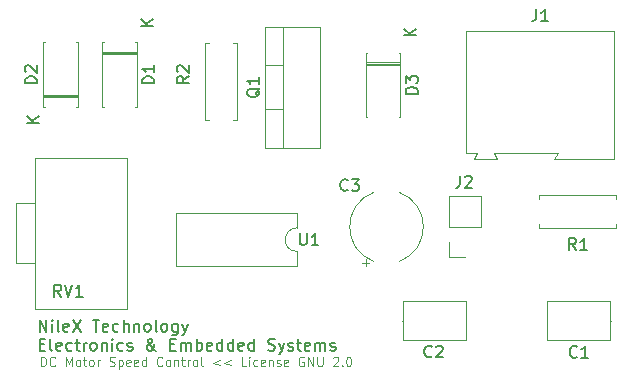
<source format=gbr>
%TF.GenerationSoftware,KiCad,Pcbnew,7.0.8-1.fc38*%
%TF.CreationDate,2023-12-28T13:03:44+02:00*%
%TF.ProjectId,MotorSpeedControl,4d6f746f-7253-4706-9565-64436f6e7472,rev?*%
%TF.SameCoordinates,Original*%
%TF.FileFunction,Legend,Top*%
%TF.FilePolarity,Positive*%
%FSLAX46Y46*%
G04 Gerber Fmt 4.6, Leading zero omitted, Abs format (unit mm)*
G04 Created by KiCad (PCBNEW 7.0.8-1.fc38) date 2023-12-28 13:03:44*
%MOMM*%
%LPD*%
G01*
G04 APERTURE LIST*
%ADD10C,0.101600*%
%ADD11C,0.150000*%
%ADD12C,0.120000*%
%ADD13C,0.100000*%
G04 APERTURE END LIST*
D10*
X148748270Y-113096811D02*
X148748270Y-112296811D01*
X148748270Y-112296811D02*
X148929699Y-112296811D01*
X148929699Y-112296811D02*
X149038556Y-112334906D01*
X149038556Y-112334906D02*
X149111127Y-112411096D01*
X149111127Y-112411096D02*
X149147413Y-112487287D01*
X149147413Y-112487287D02*
X149183699Y-112639668D01*
X149183699Y-112639668D02*
X149183699Y-112753954D01*
X149183699Y-112753954D02*
X149147413Y-112906335D01*
X149147413Y-112906335D02*
X149111127Y-112982525D01*
X149111127Y-112982525D02*
X149038556Y-113058716D01*
X149038556Y-113058716D02*
X148929699Y-113096811D01*
X148929699Y-113096811D02*
X148748270Y-113096811D01*
X149945699Y-113020620D02*
X149909413Y-113058716D01*
X149909413Y-113058716D02*
X149800556Y-113096811D01*
X149800556Y-113096811D02*
X149727984Y-113096811D01*
X149727984Y-113096811D02*
X149619127Y-113058716D01*
X149619127Y-113058716D02*
X149546556Y-112982525D01*
X149546556Y-112982525D02*
X149510270Y-112906335D01*
X149510270Y-112906335D02*
X149473984Y-112753954D01*
X149473984Y-112753954D02*
X149473984Y-112639668D01*
X149473984Y-112639668D02*
X149510270Y-112487287D01*
X149510270Y-112487287D02*
X149546556Y-112411096D01*
X149546556Y-112411096D02*
X149619127Y-112334906D01*
X149619127Y-112334906D02*
X149727984Y-112296811D01*
X149727984Y-112296811D02*
X149800556Y-112296811D01*
X149800556Y-112296811D02*
X149909413Y-112334906D01*
X149909413Y-112334906D02*
X149945699Y-112373001D01*
X150852841Y-113096811D02*
X150852841Y-112296811D01*
X150852841Y-112296811D02*
X151106841Y-112868239D01*
X151106841Y-112868239D02*
X151360841Y-112296811D01*
X151360841Y-112296811D02*
X151360841Y-113096811D01*
X151832555Y-113096811D02*
X151759984Y-113058716D01*
X151759984Y-113058716D02*
X151723698Y-113020620D01*
X151723698Y-113020620D02*
X151687412Y-112944430D01*
X151687412Y-112944430D02*
X151687412Y-112715858D01*
X151687412Y-112715858D02*
X151723698Y-112639668D01*
X151723698Y-112639668D02*
X151759984Y-112601573D01*
X151759984Y-112601573D02*
X151832555Y-112563477D01*
X151832555Y-112563477D02*
X151941412Y-112563477D01*
X151941412Y-112563477D02*
X152013984Y-112601573D01*
X152013984Y-112601573D02*
X152050270Y-112639668D01*
X152050270Y-112639668D02*
X152086555Y-112715858D01*
X152086555Y-112715858D02*
X152086555Y-112944430D01*
X152086555Y-112944430D02*
X152050270Y-113020620D01*
X152050270Y-113020620D02*
X152013984Y-113058716D01*
X152013984Y-113058716D02*
X151941412Y-113096811D01*
X151941412Y-113096811D02*
X151832555Y-113096811D01*
X152304270Y-112563477D02*
X152594556Y-112563477D01*
X152413127Y-112296811D02*
X152413127Y-112982525D01*
X152413127Y-112982525D02*
X152449413Y-113058716D01*
X152449413Y-113058716D02*
X152521984Y-113096811D01*
X152521984Y-113096811D02*
X152594556Y-113096811D01*
X152957413Y-113096811D02*
X152884842Y-113058716D01*
X152884842Y-113058716D02*
X152848556Y-113020620D01*
X152848556Y-113020620D02*
X152812270Y-112944430D01*
X152812270Y-112944430D02*
X152812270Y-112715858D01*
X152812270Y-112715858D02*
X152848556Y-112639668D01*
X152848556Y-112639668D02*
X152884842Y-112601573D01*
X152884842Y-112601573D02*
X152957413Y-112563477D01*
X152957413Y-112563477D02*
X153066270Y-112563477D01*
X153066270Y-112563477D02*
X153138842Y-112601573D01*
X153138842Y-112601573D02*
X153175128Y-112639668D01*
X153175128Y-112639668D02*
X153211413Y-112715858D01*
X153211413Y-112715858D02*
X153211413Y-112944430D01*
X153211413Y-112944430D02*
X153175128Y-113020620D01*
X153175128Y-113020620D02*
X153138842Y-113058716D01*
X153138842Y-113058716D02*
X153066270Y-113096811D01*
X153066270Y-113096811D02*
X152957413Y-113096811D01*
X153537985Y-113096811D02*
X153537985Y-112563477D01*
X153537985Y-112715858D02*
X153574271Y-112639668D01*
X153574271Y-112639668D02*
X153610557Y-112601573D01*
X153610557Y-112601573D02*
X153683128Y-112563477D01*
X153683128Y-112563477D02*
X153755699Y-112563477D01*
X154553984Y-113058716D02*
X154662842Y-113096811D01*
X154662842Y-113096811D02*
X154844270Y-113096811D01*
X154844270Y-113096811D02*
X154916842Y-113058716D01*
X154916842Y-113058716D02*
X154953127Y-113020620D01*
X154953127Y-113020620D02*
X154989413Y-112944430D01*
X154989413Y-112944430D02*
X154989413Y-112868239D01*
X154989413Y-112868239D02*
X154953127Y-112792049D01*
X154953127Y-112792049D02*
X154916842Y-112753954D01*
X154916842Y-112753954D02*
X154844270Y-112715858D01*
X154844270Y-112715858D02*
X154699127Y-112677763D01*
X154699127Y-112677763D02*
X154626556Y-112639668D01*
X154626556Y-112639668D02*
X154590270Y-112601573D01*
X154590270Y-112601573D02*
X154553984Y-112525382D01*
X154553984Y-112525382D02*
X154553984Y-112449192D01*
X154553984Y-112449192D02*
X154590270Y-112373001D01*
X154590270Y-112373001D02*
X154626556Y-112334906D01*
X154626556Y-112334906D02*
X154699127Y-112296811D01*
X154699127Y-112296811D02*
X154880556Y-112296811D01*
X154880556Y-112296811D02*
X154989413Y-112334906D01*
X155315984Y-112563477D02*
X155315984Y-113363477D01*
X155315984Y-112601573D02*
X155388556Y-112563477D01*
X155388556Y-112563477D02*
X155533698Y-112563477D01*
X155533698Y-112563477D02*
X155606270Y-112601573D01*
X155606270Y-112601573D02*
X155642556Y-112639668D01*
X155642556Y-112639668D02*
X155678841Y-112715858D01*
X155678841Y-112715858D02*
X155678841Y-112944430D01*
X155678841Y-112944430D02*
X155642556Y-113020620D01*
X155642556Y-113020620D02*
X155606270Y-113058716D01*
X155606270Y-113058716D02*
X155533698Y-113096811D01*
X155533698Y-113096811D02*
X155388556Y-113096811D01*
X155388556Y-113096811D02*
X155315984Y-113058716D01*
X156295699Y-113058716D02*
X156223127Y-113096811D01*
X156223127Y-113096811D02*
X156077985Y-113096811D01*
X156077985Y-113096811D02*
X156005413Y-113058716D01*
X156005413Y-113058716D02*
X155969127Y-112982525D01*
X155969127Y-112982525D02*
X155969127Y-112677763D01*
X155969127Y-112677763D02*
X156005413Y-112601573D01*
X156005413Y-112601573D02*
X156077985Y-112563477D01*
X156077985Y-112563477D02*
X156223127Y-112563477D01*
X156223127Y-112563477D02*
X156295699Y-112601573D01*
X156295699Y-112601573D02*
X156331985Y-112677763D01*
X156331985Y-112677763D02*
X156331985Y-112753954D01*
X156331985Y-112753954D02*
X155969127Y-112830144D01*
X156948842Y-113058716D02*
X156876270Y-113096811D01*
X156876270Y-113096811D02*
X156731128Y-113096811D01*
X156731128Y-113096811D02*
X156658556Y-113058716D01*
X156658556Y-113058716D02*
X156622270Y-112982525D01*
X156622270Y-112982525D02*
X156622270Y-112677763D01*
X156622270Y-112677763D02*
X156658556Y-112601573D01*
X156658556Y-112601573D02*
X156731128Y-112563477D01*
X156731128Y-112563477D02*
X156876270Y-112563477D01*
X156876270Y-112563477D02*
X156948842Y-112601573D01*
X156948842Y-112601573D02*
X156985128Y-112677763D01*
X156985128Y-112677763D02*
X156985128Y-112753954D01*
X156985128Y-112753954D02*
X156622270Y-112830144D01*
X157638271Y-113096811D02*
X157638271Y-112296811D01*
X157638271Y-113058716D02*
X157565699Y-113096811D01*
X157565699Y-113096811D02*
X157420556Y-113096811D01*
X157420556Y-113096811D02*
X157347985Y-113058716D01*
X157347985Y-113058716D02*
X157311699Y-113020620D01*
X157311699Y-113020620D02*
X157275413Y-112944430D01*
X157275413Y-112944430D02*
X157275413Y-112715858D01*
X157275413Y-112715858D02*
X157311699Y-112639668D01*
X157311699Y-112639668D02*
X157347985Y-112601573D01*
X157347985Y-112601573D02*
X157420556Y-112563477D01*
X157420556Y-112563477D02*
X157565699Y-112563477D01*
X157565699Y-112563477D02*
X157638271Y-112601573D01*
X159017128Y-113020620D02*
X158980842Y-113058716D01*
X158980842Y-113058716D02*
X158871985Y-113096811D01*
X158871985Y-113096811D02*
X158799413Y-113096811D01*
X158799413Y-113096811D02*
X158690556Y-113058716D01*
X158690556Y-113058716D02*
X158617985Y-112982525D01*
X158617985Y-112982525D02*
X158581699Y-112906335D01*
X158581699Y-112906335D02*
X158545413Y-112753954D01*
X158545413Y-112753954D02*
X158545413Y-112639668D01*
X158545413Y-112639668D02*
X158581699Y-112487287D01*
X158581699Y-112487287D02*
X158617985Y-112411096D01*
X158617985Y-112411096D02*
X158690556Y-112334906D01*
X158690556Y-112334906D02*
X158799413Y-112296811D01*
X158799413Y-112296811D02*
X158871985Y-112296811D01*
X158871985Y-112296811D02*
X158980842Y-112334906D01*
X158980842Y-112334906D02*
X159017128Y-112373001D01*
X159452556Y-113096811D02*
X159379985Y-113058716D01*
X159379985Y-113058716D02*
X159343699Y-113020620D01*
X159343699Y-113020620D02*
X159307413Y-112944430D01*
X159307413Y-112944430D02*
X159307413Y-112715858D01*
X159307413Y-112715858D02*
X159343699Y-112639668D01*
X159343699Y-112639668D02*
X159379985Y-112601573D01*
X159379985Y-112601573D02*
X159452556Y-112563477D01*
X159452556Y-112563477D02*
X159561413Y-112563477D01*
X159561413Y-112563477D02*
X159633985Y-112601573D01*
X159633985Y-112601573D02*
X159670271Y-112639668D01*
X159670271Y-112639668D02*
X159706556Y-112715858D01*
X159706556Y-112715858D02*
X159706556Y-112944430D01*
X159706556Y-112944430D02*
X159670271Y-113020620D01*
X159670271Y-113020620D02*
X159633985Y-113058716D01*
X159633985Y-113058716D02*
X159561413Y-113096811D01*
X159561413Y-113096811D02*
X159452556Y-113096811D01*
X160033128Y-112563477D02*
X160033128Y-113096811D01*
X160033128Y-112639668D02*
X160069414Y-112601573D01*
X160069414Y-112601573D02*
X160141985Y-112563477D01*
X160141985Y-112563477D02*
X160250842Y-112563477D01*
X160250842Y-112563477D02*
X160323414Y-112601573D01*
X160323414Y-112601573D02*
X160359700Y-112677763D01*
X160359700Y-112677763D02*
X160359700Y-113096811D01*
X160613700Y-112563477D02*
X160903986Y-112563477D01*
X160722557Y-112296811D02*
X160722557Y-112982525D01*
X160722557Y-112982525D02*
X160758843Y-113058716D01*
X160758843Y-113058716D02*
X160831414Y-113096811D01*
X160831414Y-113096811D02*
X160903986Y-113096811D01*
X161157986Y-113096811D02*
X161157986Y-112563477D01*
X161157986Y-112715858D02*
X161194272Y-112639668D01*
X161194272Y-112639668D02*
X161230558Y-112601573D01*
X161230558Y-112601573D02*
X161303129Y-112563477D01*
X161303129Y-112563477D02*
X161375700Y-112563477D01*
X161738557Y-113096811D02*
X161665986Y-113058716D01*
X161665986Y-113058716D02*
X161629700Y-113020620D01*
X161629700Y-113020620D02*
X161593414Y-112944430D01*
X161593414Y-112944430D02*
X161593414Y-112715858D01*
X161593414Y-112715858D02*
X161629700Y-112639668D01*
X161629700Y-112639668D02*
X161665986Y-112601573D01*
X161665986Y-112601573D02*
X161738557Y-112563477D01*
X161738557Y-112563477D02*
X161847414Y-112563477D01*
X161847414Y-112563477D02*
X161919986Y-112601573D01*
X161919986Y-112601573D02*
X161956272Y-112639668D01*
X161956272Y-112639668D02*
X161992557Y-112715858D01*
X161992557Y-112715858D02*
X161992557Y-112944430D01*
X161992557Y-112944430D02*
X161956272Y-113020620D01*
X161956272Y-113020620D02*
X161919986Y-113058716D01*
X161919986Y-113058716D02*
X161847414Y-113096811D01*
X161847414Y-113096811D02*
X161738557Y-113096811D01*
X162427986Y-113096811D02*
X162355415Y-113058716D01*
X162355415Y-113058716D02*
X162319129Y-112982525D01*
X162319129Y-112982525D02*
X162319129Y-112296811D01*
X163879415Y-112563477D02*
X163298843Y-112792049D01*
X163298843Y-112792049D02*
X163879415Y-113020620D01*
X164822844Y-112563477D02*
X164242272Y-112792049D01*
X164242272Y-112792049D02*
X164822844Y-113020620D01*
X166129129Y-113096811D02*
X165766272Y-113096811D01*
X165766272Y-113096811D02*
X165766272Y-112296811D01*
X166383129Y-113096811D02*
X166383129Y-112563477D01*
X166383129Y-112296811D02*
X166346843Y-112334906D01*
X166346843Y-112334906D02*
X166383129Y-112373001D01*
X166383129Y-112373001D02*
X166419415Y-112334906D01*
X166419415Y-112334906D02*
X166383129Y-112296811D01*
X166383129Y-112296811D02*
X166383129Y-112373001D01*
X167072558Y-113058716D02*
X166999986Y-113096811D01*
X166999986Y-113096811D02*
X166854843Y-113096811D01*
X166854843Y-113096811D02*
X166782272Y-113058716D01*
X166782272Y-113058716D02*
X166745986Y-113020620D01*
X166745986Y-113020620D02*
X166709700Y-112944430D01*
X166709700Y-112944430D02*
X166709700Y-112715858D01*
X166709700Y-112715858D02*
X166745986Y-112639668D01*
X166745986Y-112639668D02*
X166782272Y-112601573D01*
X166782272Y-112601573D02*
X166854843Y-112563477D01*
X166854843Y-112563477D02*
X166999986Y-112563477D01*
X166999986Y-112563477D02*
X167072558Y-112601573D01*
X167689415Y-113058716D02*
X167616843Y-113096811D01*
X167616843Y-113096811D02*
X167471701Y-113096811D01*
X167471701Y-113096811D02*
X167399129Y-113058716D01*
X167399129Y-113058716D02*
X167362843Y-112982525D01*
X167362843Y-112982525D02*
X167362843Y-112677763D01*
X167362843Y-112677763D02*
X167399129Y-112601573D01*
X167399129Y-112601573D02*
X167471701Y-112563477D01*
X167471701Y-112563477D02*
X167616843Y-112563477D01*
X167616843Y-112563477D02*
X167689415Y-112601573D01*
X167689415Y-112601573D02*
X167725701Y-112677763D01*
X167725701Y-112677763D02*
X167725701Y-112753954D01*
X167725701Y-112753954D02*
X167362843Y-112830144D01*
X168052272Y-112563477D02*
X168052272Y-113096811D01*
X168052272Y-112639668D02*
X168088558Y-112601573D01*
X168088558Y-112601573D02*
X168161129Y-112563477D01*
X168161129Y-112563477D02*
X168269986Y-112563477D01*
X168269986Y-112563477D02*
X168342558Y-112601573D01*
X168342558Y-112601573D02*
X168378844Y-112677763D01*
X168378844Y-112677763D02*
X168378844Y-113096811D01*
X168705415Y-113058716D02*
X168777987Y-113096811D01*
X168777987Y-113096811D02*
X168923130Y-113096811D01*
X168923130Y-113096811D02*
X168995701Y-113058716D01*
X168995701Y-113058716D02*
X169031987Y-112982525D01*
X169031987Y-112982525D02*
X169031987Y-112944430D01*
X169031987Y-112944430D02*
X168995701Y-112868239D01*
X168995701Y-112868239D02*
X168923130Y-112830144D01*
X168923130Y-112830144D02*
X168814273Y-112830144D01*
X168814273Y-112830144D02*
X168741701Y-112792049D01*
X168741701Y-112792049D02*
X168705415Y-112715858D01*
X168705415Y-112715858D02*
X168705415Y-112677763D01*
X168705415Y-112677763D02*
X168741701Y-112601573D01*
X168741701Y-112601573D02*
X168814273Y-112563477D01*
X168814273Y-112563477D02*
X168923130Y-112563477D01*
X168923130Y-112563477D02*
X168995701Y-112601573D01*
X169648844Y-113058716D02*
X169576272Y-113096811D01*
X169576272Y-113096811D02*
X169431130Y-113096811D01*
X169431130Y-113096811D02*
X169358558Y-113058716D01*
X169358558Y-113058716D02*
X169322272Y-112982525D01*
X169322272Y-112982525D02*
X169322272Y-112677763D01*
X169322272Y-112677763D02*
X169358558Y-112601573D01*
X169358558Y-112601573D02*
X169431130Y-112563477D01*
X169431130Y-112563477D02*
X169576272Y-112563477D01*
X169576272Y-112563477D02*
X169648844Y-112601573D01*
X169648844Y-112601573D02*
X169685130Y-112677763D01*
X169685130Y-112677763D02*
X169685130Y-112753954D01*
X169685130Y-112753954D02*
X169322272Y-112830144D01*
X170991415Y-112334906D02*
X170918844Y-112296811D01*
X170918844Y-112296811D02*
X170809986Y-112296811D01*
X170809986Y-112296811D02*
X170701129Y-112334906D01*
X170701129Y-112334906D02*
X170628558Y-112411096D01*
X170628558Y-112411096D02*
X170592272Y-112487287D01*
X170592272Y-112487287D02*
X170555986Y-112639668D01*
X170555986Y-112639668D02*
X170555986Y-112753954D01*
X170555986Y-112753954D02*
X170592272Y-112906335D01*
X170592272Y-112906335D02*
X170628558Y-112982525D01*
X170628558Y-112982525D02*
X170701129Y-113058716D01*
X170701129Y-113058716D02*
X170809986Y-113096811D01*
X170809986Y-113096811D02*
X170882558Y-113096811D01*
X170882558Y-113096811D02*
X170991415Y-113058716D01*
X170991415Y-113058716D02*
X171027701Y-113020620D01*
X171027701Y-113020620D02*
X171027701Y-112753954D01*
X171027701Y-112753954D02*
X170882558Y-112753954D01*
X171354272Y-113096811D02*
X171354272Y-112296811D01*
X171354272Y-112296811D02*
X171789701Y-113096811D01*
X171789701Y-113096811D02*
X171789701Y-112296811D01*
X172152558Y-112296811D02*
X172152558Y-112944430D01*
X172152558Y-112944430D02*
X172188844Y-113020620D01*
X172188844Y-113020620D02*
X172225130Y-113058716D01*
X172225130Y-113058716D02*
X172297701Y-113096811D01*
X172297701Y-113096811D02*
X172442844Y-113096811D01*
X172442844Y-113096811D02*
X172515415Y-113058716D01*
X172515415Y-113058716D02*
X172551701Y-113020620D01*
X172551701Y-113020620D02*
X172587987Y-112944430D01*
X172587987Y-112944430D02*
X172587987Y-112296811D01*
X173495129Y-112373001D02*
X173531415Y-112334906D01*
X173531415Y-112334906D02*
X173603987Y-112296811D01*
X173603987Y-112296811D02*
X173785415Y-112296811D01*
X173785415Y-112296811D02*
X173857987Y-112334906D01*
X173857987Y-112334906D02*
X173894272Y-112373001D01*
X173894272Y-112373001D02*
X173930558Y-112449192D01*
X173930558Y-112449192D02*
X173930558Y-112525382D01*
X173930558Y-112525382D02*
X173894272Y-112639668D01*
X173894272Y-112639668D02*
X173458844Y-113096811D01*
X173458844Y-113096811D02*
X173930558Y-113096811D01*
X174257129Y-113020620D02*
X174293415Y-113058716D01*
X174293415Y-113058716D02*
X174257129Y-113096811D01*
X174257129Y-113096811D02*
X174220843Y-113058716D01*
X174220843Y-113058716D02*
X174257129Y-113020620D01*
X174257129Y-113020620D02*
X174257129Y-113096811D01*
X174765129Y-112296811D02*
X174837700Y-112296811D01*
X174837700Y-112296811D02*
X174910272Y-112334906D01*
X174910272Y-112334906D02*
X174946558Y-112373001D01*
X174946558Y-112373001D02*
X174982843Y-112449192D01*
X174982843Y-112449192D02*
X175019129Y-112601573D01*
X175019129Y-112601573D02*
X175019129Y-112792049D01*
X175019129Y-112792049D02*
X174982843Y-112944430D01*
X174982843Y-112944430D02*
X174946558Y-113020620D01*
X174946558Y-113020620D02*
X174910272Y-113058716D01*
X174910272Y-113058716D02*
X174837700Y-113096811D01*
X174837700Y-113096811D02*
X174765129Y-113096811D01*
X174765129Y-113096811D02*
X174692558Y-113058716D01*
X174692558Y-113058716D02*
X174656272Y-113020620D01*
X174656272Y-113020620D02*
X174619986Y-112944430D01*
X174619986Y-112944430D02*
X174583700Y-112792049D01*
X174583700Y-112792049D02*
X174583700Y-112601573D01*
X174583700Y-112601573D02*
X174619986Y-112449192D01*
X174619986Y-112449192D02*
X174656272Y-112373001D01*
X174656272Y-112373001D02*
X174692558Y-112334906D01*
X174692558Y-112334906D02*
X174765129Y-112296811D01*
D11*
X148636779Y-110159819D02*
X148636779Y-109159819D01*
X148636779Y-109159819D02*
X149208207Y-110159819D01*
X149208207Y-110159819D02*
X149208207Y-109159819D01*
X149684398Y-110159819D02*
X149684398Y-109493152D01*
X149684398Y-109159819D02*
X149636779Y-109207438D01*
X149636779Y-109207438D02*
X149684398Y-109255057D01*
X149684398Y-109255057D02*
X149732017Y-109207438D01*
X149732017Y-109207438D02*
X149684398Y-109159819D01*
X149684398Y-109159819D02*
X149684398Y-109255057D01*
X150303445Y-110159819D02*
X150208207Y-110112200D01*
X150208207Y-110112200D02*
X150160588Y-110016961D01*
X150160588Y-110016961D02*
X150160588Y-109159819D01*
X151065350Y-110112200D02*
X150970112Y-110159819D01*
X150970112Y-110159819D02*
X150779636Y-110159819D01*
X150779636Y-110159819D02*
X150684398Y-110112200D01*
X150684398Y-110112200D02*
X150636779Y-110016961D01*
X150636779Y-110016961D02*
X150636779Y-109636009D01*
X150636779Y-109636009D02*
X150684398Y-109540771D01*
X150684398Y-109540771D02*
X150779636Y-109493152D01*
X150779636Y-109493152D02*
X150970112Y-109493152D01*
X150970112Y-109493152D02*
X151065350Y-109540771D01*
X151065350Y-109540771D02*
X151112969Y-109636009D01*
X151112969Y-109636009D02*
X151112969Y-109731247D01*
X151112969Y-109731247D02*
X150636779Y-109826485D01*
X151446303Y-109159819D02*
X152112969Y-110159819D01*
X152112969Y-109159819D02*
X151446303Y-110159819D01*
X153112970Y-109159819D02*
X153684398Y-109159819D01*
X153398684Y-110159819D02*
X153398684Y-109159819D01*
X154398684Y-110112200D02*
X154303446Y-110159819D01*
X154303446Y-110159819D02*
X154112970Y-110159819D01*
X154112970Y-110159819D02*
X154017732Y-110112200D01*
X154017732Y-110112200D02*
X153970113Y-110016961D01*
X153970113Y-110016961D02*
X153970113Y-109636009D01*
X153970113Y-109636009D02*
X154017732Y-109540771D01*
X154017732Y-109540771D02*
X154112970Y-109493152D01*
X154112970Y-109493152D02*
X154303446Y-109493152D01*
X154303446Y-109493152D02*
X154398684Y-109540771D01*
X154398684Y-109540771D02*
X154446303Y-109636009D01*
X154446303Y-109636009D02*
X154446303Y-109731247D01*
X154446303Y-109731247D02*
X153970113Y-109826485D01*
X155303446Y-110112200D02*
X155208208Y-110159819D01*
X155208208Y-110159819D02*
X155017732Y-110159819D01*
X155017732Y-110159819D02*
X154922494Y-110112200D01*
X154922494Y-110112200D02*
X154874875Y-110064580D01*
X154874875Y-110064580D02*
X154827256Y-109969342D01*
X154827256Y-109969342D02*
X154827256Y-109683628D01*
X154827256Y-109683628D02*
X154874875Y-109588390D01*
X154874875Y-109588390D02*
X154922494Y-109540771D01*
X154922494Y-109540771D02*
X155017732Y-109493152D01*
X155017732Y-109493152D02*
X155208208Y-109493152D01*
X155208208Y-109493152D02*
X155303446Y-109540771D01*
X155732018Y-110159819D02*
X155732018Y-109159819D01*
X156160589Y-110159819D02*
X156160589Y-109636009D01*
X156160589Y-109636009D02*
X156112970Y-109540771D01*
X156112970Y-109540771D02*
X156017732Y-109493152D01*
X156017732Y-109493152D02*
X155874875Y-109493152D01*
X155874875Y-109493152D02*
X155779637Y-109540771D01*
X155779637Y-109540771D02*
X155732018Y-109588390D01*
X156636780Y-109493152D02*
X156636780Y-110159819D01*
X156636780Y-109588390D02*
X156684399Y-109540771D01*
X156684399Y-109540771D02*
X156779637Y-109493152D01*
X156779637Y-109493152D02*
X156922494Y-109493152D01*
X156922494Y-109493152D02*
X157017732Y-109540771D01*
X157017732Y-109540771D02*
X157065351Y-109636009D01*
X157065351Y-109636009D02*
X157065351Y-110159819D01*
X157684399Y-110159819D02*
X157589161Y-110112200D01*
X157589161Y-110112200D02*
X157541542Y-110064580D01*
X157541542Y-110064580D02*
X157493923Y-109969342D01*
X157493923Y-109969342D02*
X157493923Y-109683628D01*
X157493923Y-109683628D02*
X157541542Y-109588390D01*
X157541542Y-109588390D02*
X157589161Y-109540771D01*
X157589161Y-109540771D02*
X157684399Y-109493152D01*
X157684399Y-109493152D02*
X157827256Y-109493152D01*
X157827256Y-109493152D02*
X157922494Y-109540771D01*
X157922494Y-109540771D02*
X157970113Y-109588390D01*
X157970113Y-109588390D02*
X158017732Y-109683628D01*
X158017732Y-109683628D02*
X158017732Y-109969342D01*
X158017732Y-109969342D02*
X157970113Y-110064580D01*
X157970113Y-110064580D02*
X157922494Y-110112200D01*
X157922494Y-110112200D02*
X157827256Y-110159819D01*
X157827256Y-110159819D02*
X157684399Y-110159819D01*
X158589161Y-110159819D02*
X158493923Y-110112200D01*
X158493923Y-110112200D02*
X158446304Y-110016961D01*
X158446304Y-110016961D02*
X158446304Y-109159819D01*
X159112971Y-110159819D02*
X159017733Y-110112200D01*
X159017733Y-110112200D02*
X158970114Y-110064580D01*
X158970114Y-110064580D02*
X158922495Y-109969342D01*
X158922495Y-109969342D02*
X158922495Y-109683628D01*
X158922495Y-109683628D02*
X158970114Y-109588390D01*
X158970114Y-109588390D02*
X159017733Y-109540771D01*
X159017733Y-109540771D02*
X159112971Y-109493152D01*
X159112971Y-109493152D02*
X159255828Y-109493152D01*
X159255828Y-109493152D02*
X159351066Y-109540771D01*
X159351066Y-109540771D02*
X159398685Y-109588390D01*
X159398685Y-109588390D02*
X159446304Y-109683628D01*
X159446304Y-109683628D02*
X159446304Y-109969342D01*
X159446304Y-109969342D02*
X159398685Y-110064580D01*
X159398685Y-110064580D02*
X159351066Y-110112200D01*
X159351066Y-110112200D02*
X159255828Y-110159819D01*
X159255828Y-110159819D02*
X159112971Y-110159819D01*
X160303447Y-109493152D02*
X160303447Y-110302676D01*
X160303447Y-110302676D02*
X160255828Y-110397914D01*
X160255828Y-110397914D02*
X160208209Y-110445533D01*
X160208209Y-110445533D02*
X160112971Y-110493152D01*
X160112971Y-110493152D02*
X159970114Y-110493152D01*
X159970114Y-110493152D02*
X159874876Y-110445533D01*
X160303447Y-110112200D02*
X160208209Y-110159819D01*
X160208209Y-110159819D02*
X160017733Y-110159819D01*
X160017733Y-110159819D02*
X159922495Y-110112200D01*
X159922495Y-110112200D02*
X159874876Y-110064580D01*
X159874876Y-110064580D02*
X159827257Y-109969342D01*
X159827257Y-109969342D02*
X159827257Y-109683628D01*
X159827257Y-109683628D02*
X159874876Y-109588390D01*
X159874876Y-109588390D02*
X159922495Y-109540771D01*
X159922495Y-109540771D02*
X160017733Y-109493152D01*
X160017733Y-109493152D02*
X160208209Y-109493152D01*
X160208209Y-109493152D02*
X160303447Y-109540771D01*
X160684400Y-109493152D02*
X160922495Y-110159819D01*
X161160590Y-109493152D02*
X160922495Y-110159819D01*
X160922495Y-110159819D02*
X160827257Y-110397914D01*
X160827257Y-110397914D02*
X160779638Y-110445533D01*
X160779638Y-110445533D02*
X160684400Y-110493152D01*
X148636779Y-111246009D02*
X148970112Y-111246009D01*
X149112969Y-111769819D02*
X148636779Y-111769819D01*
X148636779Y-111769819D02*
X148636779Y-110769819D01*
X148636779Y-110769819D02*
X149112969Y-110769819D01*
X149684398Y-111769819D02*
X149589160Y-111722200D01*
X149589160Y-111722200D02*
X149541541Y-111626961D01*
X149541541Y-111626961D02*
X149541541Y-110769819D01*
X150446303Y-111722200D02*
X150351065Y-111769819D01*
X150351065Y-111769819D02*
X150160589Y-111769819D01*
X150160589Y-111769819D02*
X150065351Y-111722200D01*
X150065351Y-111722200D02*
X150017732Y-111626961D01*
X150017732Y-111626961D02*
X150017732Y-111246009D01*
X150017732Y-111246009D02*
X150065351Y-111150771D01*
X150065351Y-111150771D02*
X150160589Y-111103152D01*
X150160589Y-111103152D02*
X150351065Y-111103152D01*
X150351065Y-111103152D02*
X150446303Y-111150771D01*
X150446303Y-111150771D02*
X150493922Y-111246009D01*
X150493922Y-111246009D02*
X150493922Y-111341247D01*
X150493922Y-111341247D02*
X150017732Y-111436485D01*
X151351065Y-111722200D02*
X151255827Y-111769819D01*
X151255827Y-111769819D02*
X151065351Y-111769819D01*
X151065351Y-111769819D02*
X150970113Y-111722200D01*
X150970113Y-111722200D02*
X150922494Y-111674580D01*
X150922494Y-111674580D02*
X150874875Y-111579342D01*
X150874875Y-111579342D02*
X150874875Y-111293628D01*
X150874875Y-111293628D02*
X150922494Y-111198390D01*
X150922494Y-111198390D02*
X150970113Y-111150771D01*
X150970113Y-111150771D02*
X151065351Y-111103152D01*
X151065351Y-111103152D02*
X151255827Y-111103152D01*
X151255827Y-111103152D02*
X151351065Y-111150771D01*
X151636780Y-111103152D02*
X152017732Y-111103152D01*
X151779637Y-110769819D02*
X151779637Y-111626961D01*
X151779637Y-111626961D02*
X151827256Y-111722200D01*
X151827256Y-111722200D02*
X151922494Y-111769819D01*
X151922494Y-111769819D02*
X152017732Y-111769819D01*
X152351066Y-111769819D02*
X152351066Y-111103152D01*
X152351066Y-111293628D02*
X152398685Y-111198390D01*
X152398685Y-111198390D02*
X152446304Y-111150771D01*
X152446304Y-111150771D02*
X152541542Y-111103152D01*
X152541542Y-111103152D02*
X152636780Y-111103152D01*
X153112971Y-111769819D02*
X153017733Y-111722200D01*
X153017733Y-111722200D02*
X152970114Y-111674580D01*
X152970114Y-111674580D02*
X152922495Y-111579342D01*
X152922495Y-111579342D02*
X152922495Y-111293628D01*
X152922495Y-111293628D02*
X152970114Y-111198390D01*
X152970114Y-111198390D02*
X153017733Y-111150771D01*
X153017733Y-111150771D02*
X153112971Y-111103152D01*
X153112971Y-111103152D02*
X153255828Y-111103152D01*
X153255828Y-111103152D02*
X153351066Y-111150771D01*
X153351066Y-111150771D02*
X153398685Y-111198390D01*
X153398685Y-111198390D02*
X153446304Y-111293628D01*
X153446304Y-111293628D02*
X153446304Y-111579342D01*
X153446304Y-111579342D02*
X153398685Y-111674580D01*
X153398685Y-111674580D02*
X153351066Y-111722200D01*
X153351066Y-111722200D02*
X153255828Y-111769819D01*
X153255828Y-111769819D02*
X153112971Y-111769819D01*
X153874876Y-111103152D02*
X153874876Y-111769819D01*
X153874876Y-111198390D02*
X153922495Y-111150771D01*
X153922495Y-111150771D02*
X154017733Y-111103152D01*
X154017733Y-111103152D02*
X154160590Y-111103152D01*
X154160590Y-111103152D02*
X154255828Y-111150771D01*
X154255828Y-111150771D02*
X154303447Y-111246009D01*
X154303447Y-111246009D02*
X154303447Y-111769819D01*
X154779638Y-111769819D02*
X154779638Y-111103152D01*
X154779638Y-110769819D02*
X154732019Y-110817438D01*
X154732019Y-110817438D02*
X154779638Y-110865057D01*
X154779638Y-110865057D02*
X154827257Y-110817438D01*
X154827257Y-110817438D02*
X154779638Y-110769819D01*
X154779638Y-110769819D02*
X154779638Y-110865057D01*
X155684399Y-111722200D02*
X155589161Y-111769819D01*
X155589161Y-111769819D02*
X155398685Y-111769819D01*
X155398685Y-111769819D02*
X155303447Y-111722200D01*
X155303447Y-111722200D02*
X155255828Y-111674580D01*
X155255828Y-111674580D02*
X155208209Y-111579342D01*
X155208209Y-111579342D02*
X155208209Y-111293628D01*
X155208209Y-111293628D02*
X155255828Y-111198390D01*
X155255828Y-111198390D02*
X155303447Y-111150771D01*
X155303447Y-111150771D02*
X155398685Y-111103152D01*
X155398685Y-111103152D02*
X155589161Y-111103152D01*
X155589161Y-111103152D02*
X155684399Y-111150771D01*
X156065352Y-111722200D02*
X156160590Y-111769819D01*
X156160590Y-111769819D02*
X156351066Y-111769819D01*
X156351066Y-111769819D02*
X156446304Y-111722200D01*
X156446304Y-111722200D02*
X156493923Y-111626961D01*
X156493923Y-111626961D02*
X156493923Y-111579342D01*
X156493923Y-111579342D02*
X156446304Y-111484104D01*
X156446304Y-111484104D02*
X156351066Y-111436485D01*
X156351066Y-111436485D02*
X156208209Y-111436485D01*
X156208209Y-111436485D02*
X156112971Y-111388866D01*
X156112971Y-111388866D02*
X156065352Y-111293628D01*
X156065352Y-111293628D02*
X156065352Y-111246009D01*
X156065352Y-111246009D02*
X156112971Y-111150771D01*
X156112971Y-111150771D02*
X156208209Y-111103152D01*
X156208209Y-111103152D02*
X156351066Y-111103152D01*
X156351066Y-111103152D02*
X156446304Y-111150771D01*
X158493924Y-111769819D02*
X158446305Y-111769819D01*
X158446305Y-111769819D02*
X158351066Y-111722200D01*
X158351066Y-111722200D02*
X158208209Y-111579342D01*
X158208209Y-111579342D02*
X157970114Y-111293628D01*
X157970114Y-111293628D02*
X157874876Y-111150771D01*
X157874876Y-111150771D02*
X157827257Y-111007914D01*
X157827257Y-111007914D02*
X157827257Y-110912676D01*
X157827257Y-110912676D02*
X157874876Y-110817438D01*
X157874876Y-110817438D02*
X157970114Y-110769819D01*
X157970114Y-110769819D02*
X158017733Y-110769819D01*
X158017733Y-110769819D02*
X158112971Y-110817438D01*
X158112971Y-110817438D02*
X158160590Y-110912676D01*
X158160590Y-110912676D02*
X158160590Y-110960295D01*
X158160590Y-110960295D02*
X158112971Y-111055533D01*
X158112971Y-111055533D02*
X158065352Y-111103152D01*
X158065352Y-111103152D02*
X157779638Y-111293628D01*
X157779638Y-111293628D02*
X157732019Y-111341247D01*
X157732019Y-111341247D02*
X157684400Y-111436485D01*
X157684400Y-111436485D02*
X157684400Y-111579342D01*
X157684400Y-111579342D02*
X157732019Y-111674580D01*
X157732019Y-111674580D02*
X157779638Y-111722200D01*
X157779638Y-111722200D02*
X157874876Y-111769819D01*
X157874876Y-111769819D02*
X158017733Y-111769819D01*
X158017733Y-111769819D02*
X158112971Y-111722200D01*
X158112971Y-111722200D02*
X158160590Y-111674580D01*
X158160590Y-111674580D02*
X158303447Y-111484104D01*
X158303447Y-111484104D02*
X158351066Y-111341247D01*
X158351066Y-111341247D02*
X158351066Y-111246009D01*
X159684400Y-111246009D02*
X160017733Y-111246009D01*
X160160590Y-111769819D02*
X159684400Y-111769819D01*
X159684400Y-111769819D02*
X159684400Y-110769819D01*
X159684400Y-110769819D02*
X160160590Y-110769819D01*
X160589162Y-111769819D02*
X160589162Y-111103152D01*
X160589162Y-111198390D02*
X160636781Y-111150771D01*
X160636781Y-111150771D02*
X160732019Y-111103152D01*
X160732019Y-111103152D02*
X160874876Y-111103152D01*
X160874876Y-111103152D02*
X160970114Y-111150771D01*
X160970114Y-111150771D02*
X161017733Y-111246009D01*
X161017733Y-111246009D02*
X161017733Y-111769819D01*
X161017733Y-111246009D02*
X161065352Y-111150771D01*
X161065352Y-111150771D02*
X161160590Y-111103152D01*
X161160590Y-111103152D02*
X161303447Y-111103152D01*
X161303447Y-111103152D02*
X161398686Y-111150771D01*
X161398686Y-111150771D02*
X161446305Y-111246009D01*
X161446305Y-111246009D02*
X161446305Y-111769819D01*
X161922495Y-111769819D02*
X161922495Y-110769819D01*
X161922495Y-111150771D02*
X162017733Y-111103152D01*
X162017733Y-111103152D02*
X162208209Y-111103152D01*
X162208209Y-111103152D02*
X162303447Y-111150771D01*
X162303447Y-111150771D02*
X162351066Y-111198390D01*
X162351066Y-111198390D02*
X162398685Y-111293628D01*
X162398685Y-111293628D02*
X162398685Y-111579342D01*
X162398685Y-111579342D02*
X162351066Y-111674580D01*
X162351066Y-111674580D02*
X162303447Y-111722200D01*
X162303447Y-111722200D02*
X162208209Y-111769819D01*
X162208209Y-111769819D02*
X162017733Y-111769819D01*
X162017733Y-111769819D02*
X161922495Y-111722200D01*
X163208209Y-111722200D02*
X163112971Y-111769819D01*
X163112971Y-111769819D02*
X162922495Y-111769819D01*
X162922495Y-111769819D02*
X162827257Y-111722200D01*
X162827257Y-111722200D02*
X162779638Y-111626961D01*
X162779638Y-111626961D02*
X162779638Y-111246009D01*
X162779638Y-111246009D02*
X162827257Y-111150771D01*
X162827257Y-111150771D02*
X162922495Y-111103152D01*
X162922495Y-111103152D02*
X163112971Y-111103152D01*
X163112971Y-111103152D02*
X163208209Y-111150771D01*
X163208209Y-111150771D02*
X163255828Y-111246009D01*
X163255828Y-111246009D02*
X163255828Y-111341247D01*
X163255828Y-111341247D02*
X162779638Y-111436485D01*
X164112971Y-111769819D02*
X164112971Y-110769819D01*
X164112971Y-111722200D02*
X164017733Y-111769819D01*
X164017733Y-111769819D02*
X163827257Y-111769819D01*
X163827257Y-111769819D02*
X163732019Y-111722200D01*
X163732019Y-111722200D02*
X163684400Y-111674580D01*
X163684400Y-111674580D02*
X163636781Y-111579342D01*
X163636781Y-111579342D02*
X163636781Y-111293628D01*
X163636781Y-111293628D02*
X163684400Y-111198390D01*
X163684400Y-111198390D02*
X163732019Y-111150771D01*
X163732019Y-111150771D02*
X163827257Y-111103152D01*
X163827257Y-111103152D02*
X164017733Y-111103152D01*
X164017733Y-111103152D02*
X164112971Y-111150771D01*
X165017733Y-111769819D02*
X165017733Y-110769819D01*
X165017733Y-111722200D02*
X164922495Y-111769819D01*
X164922495Y-111769819D02*
X164732019Y-111769819D01*
X164732019Y-111769819D02*
X164636781Y-111722200D01*
X164636781Y-111722200D02*
X164589162Y-111674580D01*
X164589162Y-111674580D02*
X164541543Y-111579342D01*
X164541543Y-111579342D02*
X164541543Y-111293628D01*
X164541543Y-111293628D02*
X164589162Y-111198390D01*
X164589162Y-111198390D02*
X164636781Y-111150771D01*
X164636781Y-111150771D02*
X164732019Y-111103152D01*
X164732019Y-111103152D02*
X164922495Y-111103152D01*
X164922495Y-111103152D02*
X165017733Y-111150771D01*
X165874876Y-111722200D02*
X165779638Y-111769819D01*
X165779638Y-111769819D02*
X165589162Y-111769819D01*
X165589162Y-111769819D02*
X165493924Y-111722200D01*
X165493924Y-111722200D02*
X165446305Y-111626961D01*
X165446305Y-111626961D02*
X165446305Y-111246009D01*
X165446305Y-111246009D02*
X165493924Y-111150771D01*
X165493924Y-111150771D02*
X165589162Y-111103152D01*
X165589162Y-111103152D02*
X165779638Y-111103152D01*
X165779638Y-111103152D02*
X165874876Y-111150771D01*
X165874876Y-111150771D02*
X165922495Y-111246009D01*
X165922495Y-111246009D02*
X165922495Y-111341247D01*
X165922495Y-111341247D02*
X165446305Y-111436485D01*
X166779638Y-111769819D02*
X166779638Y-110769819D01*
X166779638Y-111722200D02*
X166684400Y-111769819D01*
X166684400Y-111769819D02*
X166493924Y-111769819D01*
X166493924Y-111769819D02*
X166398686Y-111722200D01*
X166398686Y-111722200D02*
X166351067Y-111674580D01*
X166351067Y-111674580D02*
X166303448Y-111579342D01*
X166303448Y-111579342D02*
X166303448Y-111293628D01*
X166303448Y-111293628D02*
X166351067Y-111198390D01*
X166351067Y-111198390D02*
X166398686Y-111150771D01*
X166398686Y-111150771D02*
X166493924Y-111103152D01*
X166493924Y-111103152D02*
X166684400Y-111103152D01*
X166684400Y-111103152D02*
X166779638Y-111150771D01*
X167970115Y-111722200D02*
X168112972Y-111769819D01*
X168112972Y-111769819D02*
X168351067Y-111769819D01*
X168351067Y-111769819D02*
X168446305Y-111722200D01*
X168446305Y-111722200D02*
X168493924Y-111674580D01*
X168493924Y-111674580D02*
X168541543Y-111579342D01*
X168541543Y-111579342D02*
X168541543Y-111484104D01*
X168541543Y-111484104D02*
X168493924Y-111388866D01*
X168493924Y-111388866D02*
X168446305Y-111341247D01*
X168446305Y-111341247D02*
X168351067Y-111293628D01*
X168351067Y-111293628D02*
X168160591Y-111246009D01*
X168160591Y-111246009D02*
X168065353Y-111198390D01*
X168065353Y-111198390D02*
X168017734Y-111150771D01*
X168017734Y-111150771D02*
X167970115Y-111055533D01*
X167970115Y-111055533D02*
X167970115Y-110960295D01*
X167970115Y-110960295D02*
X168017734Y-110865057D01*
X168017734Y-110865057D02*
X168065353Y-110817438D01*
X168065353Y-110817438D02*
X168160591Y-110769819D01*
X168160591Y-110769819D02*
X168398686Y-110769819D01*
X168398686Y-110769819D02*
X168541543Y-110817438D01*
X168874877Y-111103152D02*
X169112972Y-111769819D01*
X169351067Y-111103152D02*
X169112972Y-111769819D01*
X169112972Y-111769819D02*
X169017734Y-112007914D01*
X169017734Y-112007914D02*
X168970115Y-112055533D01*
X168970115Y-112055533D02*
X168874877Y-112103152D01*
X169684401Y-111722200D02*
X169779639Y-111769819D01*
X169779639Y-111769819D02*
X169970115Y-111769819D01*
X169970115Y-111769819D02*
X170065353Y-111722200D01*
X170065353Y-111722200D02*
X170112972Y-111626961D01*
X170112972Y-111626961D02*
X170112972Y-111579342D01*
X170112972Y-111579342D02*
X170065353Y-111484104D01*
X170065353Y-111484104D02*
X169970115Y-111436485D01*
X169970115Y-111436485D02*
X169827258Y-111436485D01*
X169827258Y-111436485D02*
X169732020Y-111388866D01*
X169732020Y-111388866D02*
X169684401Y-111293628D01*
X169684401Y-111293628D02*
X169684401Y-111246009D01*
X169684401Y-111246009D02*
X169732020Y-111150771D01*
X169732020Y-111150771D02*
X169827258Y-111103152D01*
X169827258Y-111103152D02*
X169970115Y-111103152D01*
X169970115Y-111103152D02*
X170065353Y-111150771D01*
X170398687Y-111103152D02*
X170779639Y-111103152D01*
X170541544Y-110769819D02*
X170541544Y-111626961D01*
X170541544Y-111626961D02*
X170589163Y-111722200D01*
X170589163Y-111722200D02*
X170684401Y-111769819D01*
X170684401Y-111769819D02*
X170779639Y-111769819D01*
X171493925Y-111722200D02*
X171398687Y-111769819D01*
X171398687Y-111769819D02*
X171208211Y-111769819D01*
X171208211Y-111769819D02*
X171112973Y-111722200D01*
X171112973Y-111722200D02*
X171065354Y-111626961D01*
X171065354Y-111626961D02*
X171065354Y-111246009D01*
X171065354Y-111246009D02*
X171112973Y-111150771D01*
X171112973Y-111150771D02*
X171208211Y-111103152D01*
X171208211Y-111103152D02*
X171398687Y-111103152D01*
X171398687Y-111103152D02*
X171493925Y-111150771D01*
X171493925Y-111150771D02*
X171541544Y-111246009D01*
X171541544Y-111246009D02*
X171541544Y-111341247D01*
X171541544Y-111341247D02*
X171065354Y-111436485D01*
X171970116Y-111769819D02*
X171970116Y-111103152D01*
X171970116Y-111198390D02*
X172017735Y-111150771D01*
X172017735Y-111150771D02*
X172112973Y-111103152D01*
X172112973Y-111103152D02*
X172255830Y-111103152D01*
X172255830Y-111103152D02*
X172351068Y-111150771D01*
X172351068Y-111150771D02*
X172398687Y-111246009D01*
X172398687Y-111246009D02*
X172398687Y-111769819D01*
X172398687Y-111246009D02*
X172446306Y-111150771D01*
X172446306Y-111150771D02*
X172541544Y-111103152D01*
X172541544Y-111103152D02*
X172684401Y-111103152D01*
X172684401Y-111103152D02*
X172779640Y-111150771D01*
X172779640Y-111150771D02*
X172827259Y-111246009D01*
X172827259Y-111246009D02*
X172827259Y-111769819D01*
X173255830Y-111722200D02*
X173351068Y-111769819D01*
X173351068Y-111769819D02*
X173541544Y-111769819D01*
X173541544Y-111769819D02*
X173636782Y-111722200D01*
X173636782Y-111722200D02*
X173684401Y-111626961D01*
X173684401Y-111626961D02*
X173684401Y-111579342D01*
X173684401Y-111579342D02*
X173636782Y-111484104D01*
X173636782Y-111484104D02*
X173541544Y-111436485D01*
X173541544Y-111436485D02*
X173398687Y-111436485D01*
X173398687Y-111436485D02*
X173303449Y-111388866D01*
X173303449Y-111388866D02*
X173255830Y-111293628D01*
X173255830Y-111293628D02*
X173255830Y-111246009D01*
X173255830Y-111246009D02*
X173303449Y-111150771D01*
X173303449Y-111150771D02*
X173398687Y-111103152D01*
X173398687Y-111103152D02*
X173541544Y-111103152D01*
X173541544Y-111103152D02*
X173636782Y-111150771D01*
X167280057Y-89555238D02*
X167232438Y-89650476D01*
X167232438Y-89650476D02*
X167137200Y-89745714D01*
X167137200Y-89745714D02*
X166994342Y-89888571D01*
X166994342Y-89888571D02*
X166946723Y-89983809D01*
X166946723Y-89983809D02*
X166946723Y-90079047D01*
X167184819Y-90031428D02*
X167137200Y-90126666D01*
X167137200Y-90126666D02*
X167041961Y-90221904D01*
X167041961Y-90221904D02*
X166851485Y-90269523D01*
X166851485Y-90269523D02*
X166518152Y-90269523D01*
X166518152Y-90269523D02*
X166327676Y-90221904D01*
X166327676Y-90221904D02*
X166232438Y-90126666D01*
X166232438Y-90126666D02*
X166184819Y-90031428D01*
X166184819Y-90031428D02*
X166184819Y-89840952D01*
X166184819Y-89840952D02*
X166232438Y-89745714D01*
X166232438Y-89745714D02*
X166327676Y-89650476D01*
X166327676Y-89650476D02*
X166518152Y-89602857D01*
X166518152Y-89602857D02*
X166851485Y-89602857D01*
X166851485Y-89602857D02*
X167041961Y-89650476D01*
X167041961Y-89650476D02*
X167137200Y-89745714D01*
X167137200Y-89745714D02*
X167184819Y-89840952D01*
X167184819Y-89840952D02*
X167184819Y-90031428D01*
X167184819Y-88650476D02*
X167184819Y-89221904D01*
X167184819Y-88936190D02*
X166184819Y-88936190D01*
X166184819Y-88936190D02*
X166327676Y-89031428D01*
X166327676Y-89031428D02*
X166422914Y-89126666D01*
X166422914Y-89126666D02*
X166470533Y-89221904D01*
X184226666Y-96974819D02*
X184226666Y-97689104D01*
X184226666Y-97689104D02*
X184179047Y-97831961D01*
X184179047Y-97831961D02*
X184083809Y-97927200D01*
X184083809Y-97927200D02*
X183940952Y-97974819D01*
X183940952Y-97974819D02*
X183845714Y-97974819D01*
X184655238Y-97070057D02*
X184702857Y-97022438D01*
X184702857Y-97022438D02*
X184798095Y-96974819D01*
X184798095Y-96974819D02*
X185036190Y-96974819D01*
X185036190Y-96974819D02*
X185131428Y-97022438D01*
X185131428Y-97022438D02*
X185179047Y-97070057D01*
X185179047Y-97070057D02*
X185226666Y-97165295D01*
X185226666Y-97165295D02*
X185226666Y-97260533D01*
X185226666Y-97260533D02*
X185179047Y-97403390D01*
X185179047Y-97403390D02*
X184607619Y-97974819D01*
X184607619Y-97974819D02*
X185226666Y-97974819D01*
X161254819Y-88566666D02*
X160778628Y-88899999D01*
X161254819Y-89138094D02*
X160254819Y-89138094D01*
X160254819Y-89138094D02*
X160254819Y-88757142D01*
X160254819Y-88757142D02*
X160302438Y-88661904D01*
X160302438Y-88661904D02*
X160350057Y-88614285D01*
X160350057Y-88614285D02*
X160445295Y-88566666D01*
X160445295Y-88566666D02*
X160588152Y-88566666D01*
X160588152Y-88566666D02*
X160683390Y-88614285D01*
X160683390Y-88614285D02*
X160731009Y-88661904D01*
X160731009Y-88661904D02*
X160778628Y-88757142D01*
X160778628Y-88757142D02*
X160778628Y-89138094D01*
X160350057Y-88185713D02*
X160302438Y-88138094D01*
X160302438Y-88138094D02*
X160254819Y-88042856D01*
X160254819Y-88042856D02*
X160254819Y-87804761D01*
X160254819Y-87804761D02*
X160302438Y-87709523D01*
X160302438Y-87709523D02*
X160350057Y-87661904D01*
X160350057Y-87661904D02*
X160445295Y-87614285D01*
X160445295Y-87614285D02*
X160540533Y-87614285D01*
X160540533Y-87614285D02*
X160683390Y-87661904D01*
X160683390Y-87661904D02*
X161254819Y-88233332D01*
X161254819Y-88233332D02*
X161254819Y-87614285D01*
X180624819Y-90038094D02*
X179624819Y-90038094D01*
X179624819Y-90038094D02*
X179624819Y-89799999D01*
X179624819Y-89799999D02*
X179672438Y-89657142D01*
X179672438Y-89657142D02*
X179767676Y-89561904D01*
X179767676Y-89561904D02*
X179862914Y-89514285D01*
X179862914Y-89514285D02*
X180053390Y-89466666D01*
X180053390Y-89466666D02*
X180196247Y-89466666D01*
X180196247Y-89466666D02*
X180386723Y-89514285D01*
X180386723Y-89514285D02*
X180481961Y-89561904D01*
X180481961Y-89561904D02*
X180577200Y-89657142D01*
X180577200Y-89657142D02*
X180624819Y-89799999D01*
X180624819Y-89799999D02*
X180624819Y-90038094D01*
X179624819Y-89133332D02*
X179624819Y-88514285D01*
X179624819Y-88514285D02*
X180005771Y-88847618D01*
X180005771Y-88847618D02*
X180005771Y-88704761D01*
X180005771Y-88704761D02*
X180053390Y-88609523D01*
X180053390Y-88609523D02*
X180101009Y-88561904D01*
X180101009Y-88561904D02*
X180196247Y-88514285D01*
X180196247Y-88514285D02*
X180434342Y-88514285D01*
X180434342Y-88514285D02*
X180529580Y-88561904D01*
X180529580Y-88561904D02*
X180577200Y-88609523D01*
X180577200Y-88609523D02*
X180624819Y-88704761D01*
X180624819Y-88704761D02*
X180624819Y-88990475D01*
X180624819Y-88990475D02*
X180577200Y-89085713D01*
X180577200Y-89085713D02*
X180529580Y-89133332D01*
X180514819Y-85091904D02*
X179514819Y-85091904D01*
X180514819Y-84520476D02*
X179943390Y-84949047D01*
X179514819Y-84520476D02*
X180086247Y-85091904D01*
X158324819Y-89138094D02*
X157324819Y-89138094D01*
X157324819Y-89138094D02*
X157324819Y-88899999D01*
X157324819Y-88899999D02*
X157372438Y-88757142D01*
X157372438Y-88757142D02*
X157467676Y-88661904D01*
X157467676Y-88661904D02*
X157562914Y-88614285D01*
X157562914Y-88614285D02*
X157753390Y-88566666D01*
X157753390Y-88566666D02*
X157896247Y-88566666D01*
X157896247Y-88566666D02*
X158086723Y-88614285D01*
X158086723Y-88614285D02*
X158181961Y-88661904D01*
X158181961Y-88661904D02*
X158277200Y-88757142D01*
X158277200Y-88757142D02*
X158324819Y-88899999D01*
X158324819Y-88899999D02*
X158324819Y-89138094D01*
X158324819Y-87614285D02*
X158324819Y-88185713D01*
X158324819Y-87899999D02*
X157324819Y-87899999D01*
X157324819Y-87899999D02*
X157467676Y-87995237D01*
X157467676Y-87995237D02*
X157562914Y-88090475D01*
X157562914Y-88090475D02*
X157610533Y-88185713D01*
X158204819Y-84291904D02*
X157204819Y-84291904D01*
X158204819Y-83720476D02*
X157633390Y-84149047D01*
X157204819Y-83720476D02*
X157776247Y-84291904D01*
X181833333Y-112259580D02*
X181785714Y-112307200D01*
X181785714Y-112307200D02*
X181642857Y-112354819D01*
X181642857Y-112354819D02*
X181547619Y-112354819D01*
X181547619Y-112354819D02*
X181404762Y-112307200D01*
X181404762Y-112307200D02*
X181309524Y-112211961D01*
X181309524Y-112211961D02*
X181261905Y-112116723D01*
X181261905Y-112116723D02*
X181214286Y-111926247D01*
X181214286Y-111926247D02*
X181214286Y-111783390D01*
X181214286Y-111783390D02*
X181261905Y-111592914D01*
X181261905Y-111592914D02*
X181309524Y-111497676D01*
X181309524Y-111497676D02*
X181404762Y-111402438D01*
X181404762Y-111402438D02*
X181547619Y-111354819D01*
X181547619Y-111354819D02*
X181642857Y-111354819D01*
X181642857Y-111354819D02*
X181785714Y-111402438D01*
X181785714Y-111402438D02*
X181833333Y-111450057D01*
X182214286Y-111450057D02*
X182261905Y-111402438D01*
X182261905Y-111402438D02*
X182357143Y-111354819D01*
X182357143Y-111354819D02*
X182595238Y-111354819D01*
X182595238Y-111354819D02*
X182690476Y-111402438D01*
X182690476Y-111402438D02*
X182738095Y-111450057D01*
X182738095Y-111450057D02*
X182785714Y-111545295D01*
X182785714Y-111545295D02*
X182785714Y-111640533D01*
X182785714Y-111640533D02*
X182738095Y-111783390D01*
X182738095Y-111783390D02*
X182166667Y-112354819D01*
X182166667Y-112354819D02*
X182785714Y-112354819D01*
X174703333Y-98159580D02*
X174655714Y-98207200D01*
X174655714Y-98207200D02*
X174512857Y-98254819D01*
X174512857Y-98254819D02*
X174417619Y-98254819D01*
X174417619Y-98254819D02*
X174274762Y-98207200D01*
X174274762Y-98207200D02*
X174179524Y-98111961D01*
X174179524Y-98111961D02*
X174131905Y-98016723D01*
X174131905Y-98016723D02*
X174084286Y-97826247D01*
X174084286Y-97826247D02*
X174084286Y-97683390D01*
X174084286Y-97683390D02*
X174131905Y-97492914D01*
X174131905Y-97492914D02*
X174179524Y-97397676D01*
X174179524Y-97397676D02*
X174274762Y-97302438D01*
X174274762Y-97302438D02*
X174417619Y-97254819D01*
X174417619Y-97254819D02*
X174512857Y-97254819D01*
X174512857Y-97254819D02*
X174655714Y-97302438D01*
X174655714Y-97302438D02*
X174703333Y-97350057D01*
X175036667Y-97254819D02*
X175655714Y-97254819D01*
X175655714Y-97254819D02*
X175322381Y-97635771D01*
X175322381Y-97635771D02*
X175465238Y-97635771D01*
X175465238Y-97635771D02*
X175560476Y-97683390D01*
X175560476Y-97683390D02*
X175608095Y-97731009D01*
X175608095Y-97731009D02*
X175655714Y-97826247D01*
X175655714Y-97826247D02*
X175655714Y-98064342D01*
X175655714Y-98064342D02*
X175608095Y-98159580D01*
X175608095Y-98159580D02*
X175560476Y-98207200D01*
X175560476Y-98207200D02*
X175465238Y-98254819D01*
X175465238Y-98254819D02*
X175179524Y-98254819D01*
X175179524Y-98254819D02*
X175084286Y-98207200D01*
X175084286Y-98207200D02*
X175036667Y-98159580D01*
X148384819Y-89138094D02*
X147384819Y-89138094D01*
X147384819Y-89138094D02*
X147384819Y-88899999D01*
X147384819Y-88899999D02*
X147432438Y-88757142D01*
X147432438Y-88757142D02*
X147527676Y-88661904D01*
X147527676Y-88661904D02*
X147622914Y-88614285D01*
X147622914Y-88614285D02*
X147813390Y-88566666D01*
X147813390Y-88566666D02*
X147956247Y-88566666D01*
X147956247Y-88566666D02*
X148146723Y-88614285D01*
X148146723Y-88614285D02*
X148241961Y-88661904D01*
X148241961Y-88661904D02*
X148337200Y-88757142D01*
X148337200Y-88757142D02*
X148384819Y-88899999D01*
X148384819Y-88899999D02*
X148384819Y-89138094D01*
X147480057Y-88185713D02*
X147432438Y-88138094D01*
X147432438Y-88138094D02*
X147384819Y-88042856D01*
X147384819Y-88042856D02*
X147384819Y-87804761D01*
X147384819Y-87804761D02*
X147432438Y-87709523D01*
X147432438Y-87709523D02*
X147480057Y-87661904D01*
X147480057Y-87661904D02*
X147575295Y-87614285D01*
X147575295Y-87614285D02*
X147670533Y-87614285D01*
X147670533Y-87614285D02*
X147813390Y-87661904D01*
X147813390Y-87661904D02*
X148384819Y-88233332D01*
X148384819Y-88233332D02*
X148384819Y-87614285D01*
X148574819Y-92481904D02*
X147574819Y-92481904D01*
X148574819Y-91910476D02*
X148003390Y-92339047D01*
X147574819Y-91910476D02*
X148146247Y-92481904D01*
X194033333Y-103254819D02*
X193700000Y-102778628D01*
X193461905Y-103254819D02*
X193461905Y-102254819D01*
X193461905Y-102254819D02*
X193842857Y-102254819D01*
X193842857Y-102254819D02*
X193938095Y-102302438D01*
X193938095Y-102302438D02*
X193985714Y-102350057D01*
X193985714Y-102350057D02*
X194033333Y-102445295D01*
X194033333Y-102445295D02*
X194033333Y-102588152D01*
X194033333Y-102588152D02*
X193985714Y-102683390D01*
X193985714Y-102683390D02*
X193938095Y-102731009D01*
X193938095Y-102731009D02*
X193842857Y-102778628D01*
X193842857Y-102778628D02*
X193461905Y-102778628D01*
X194985714Y-103254819D02*
X194414286Y-103254819D01*
X194700000Y-103254819D02*
X194700000Y-102254819D01*
X194700000Y-102254819D02*
X194604762Y-102397676D01*
X194604762Y-102397676D02*
X194509524Y-102492914D01*
X194509524Y-102492914D02*
X194414286Y-102540533D01*
X150454761Y-107204819D02*
X150121428Y-106728628D01*
X149883333Y-107204819D02*
X149883333Y-106204819D01*
X149883333Y-106204819D02*
X150264285Y-106204819D01*
X150264285Y-106204819D02*
X150359523Y-106252438D01*
X150359523Y-106252438D02*
X150407142Y-106300057D01*
X150407142Y-106300057D02*
X150454761Y-106395295D01*
X150454761Y-106395295D02*
X150454761Y-106538152D01*
X150454761Y-106538152D02*
X150407142Y-106633390D01*
X150407142Y-106633390D02*
X150359523Y-106681009D01*
X150359523Y-106681009D02*
X150264285Y-106728628D01*
X150264285Y-106728628D02*
X149883333Y-106728628D01*
X150740476Y-106204819D02*
X151073809Y-107204819D01*
X151073809Y-107204819D02*
X151407142Y-106204819D01*
X152264285Y-107204819D02*
X151692857Y-107204819D01*
X151978571Y-107204819D02*
X151978571Y-106204819D01*
X151978571Y-106204819D02*
X151883333Y-106347676D01*
X151883333Y-106347676D02*
X151788095Y-106442914D01*
X151788095Y-106442914D02*
X151692857Y-106490533D01*
X194113333Y-112279580D02*
X194065714Y-112327200D01*
X194065714Y-112327200D02*
X193922857Y-112374819D01*
X193922857Y-112374819D02*
X193827619Y-112374819D01*
X193827619Y-112374819D02*
X193684762Y-112327200D01*
X193684762Y-112327200D02*
X193589524Y-112231961D01*
X193589524Y-112231961D02*
X193541905Y-112136723D01*
X193541905Y-112136723D02*
X193494286Y-111946247D01*
X193494286Y-111946247D02*
X193494286Y-111803390D01*
X193494286Y-111803390D02*
X193541905Y-111612914D01*
X193541905Y-111612914D02*
X193589524Y-111517676D01*
X193589524Y-111517676D02*
X193684762Y-111422438D01*
X193684762Y-111422438D02*
X193827619Y-111374819D01*
X193827619Y-111374819D02*
X193922857Y-111374819D01*
X193922857Y-111374819D02*
X194065714Y-111422438D01*
X194065714Y-111422438D02*
X194113333Y-111470057D01*
X195065714Y-112374819D02*
X194494286Y-112374819D01*
X194780000Y-112374819D02*
X194780000Y-111374819D01*
X194780000Y-111374819D02*
X194684762Y-111517676D01*
X194684762Y-111517676D02*
X194589524Y-111612914D01*
X194589524Y-111612914D02*
X194494286Y-111660533D01*
X170668095Y-101839819D02*
X170668095Y-102649342D01*
X170668095Y-102649342D02*
X170715714Y-102744580D01*
X170715714Y-102744580D02*
X170763333Y-102792200D01*
X170763333Y-102792200D02*
X170858571Y-102839819D01*
X170858571Y-102839819D02*
X171049047Y-102839819D01*
X171049047Y-102839819D02*
X171144285Y-102792200D01*
X171144285Y-102792200D02*
X171191904Y-102744580D01*
X171191904Y-102744580D02*
X171239523Y-102649342D01*
X171239523Y-102649342D02*
X171239523Y-101839819D01*
X172239523Y-102839819D02*
X171668095Y-102839819D01*
X171953809Y-102839819D02*
X171953809Y-101839819D01*
X171953809Y-101839819D02*
X171858571Y-101982676D01*
X171858571Y-101982676D02*
X171763333Y-102077914D01*
X171763333Y-102077914D02*
X171668095Y-102125533D01*
X190676666Y-82874819D02*
X190676666Y-83589104D01*
X190676666Y-83589104D02*
X190629047Y-83731961D01*
X190629047Y-83731961D02*
X190533809Y-83827200D01*
X190533809Y-83827200D02*
X190390952Y-83874819D01*
X190390952Y-83874819D02*
X190295714Y-83874819D01*
X191676666Y-83874819D02*
X191105238Y-83874819D01*
X191390952Y-83874819D02*
X191390952Y-82874819D01*
X191390952Y-82874819D02*
X191295714Y-83017676D01*
X191295714Y-83017676D02*
X191200476Y-83112914D01*
X191200476Y-83112914D02*
X191105238Y-83160533D01*
D12*
%TO.C,Q1*%
X167730000Y-94580000D02*
X172371000Y-94580000D01*
X167730000Y-94580000D02*
X167730000Y-84340000D01*
X169240000Y-94580000D02*
X169240000Y-84340000D01*
X172371000Y-94580000D02*
X172371000Y-84340000D01*
X167730000Y-91310000D02*
X169240000Y-91310000D01*
X167730000Y-87609000D02*
X169240000Y-87609000D01*
X167730000Y-84340000D02*
X172371000Y-84340000D01*
%TO.C,J2*%
X185980000Y-101270000D02*
X185980000Y-98670000D01*
X185980000Y-101270000D02*
X183320000Y-101270000D01*
X185980000Y-98670000D02*
X183320000Y-98670000D01*
X184650000Y-103870000D02*
X183320000Y-103870000D01*
X183320000Y-103870000D02*
X183320000Y-102540000D01*
X183320000Y-101270000D02*
X183320000Y-98670000D01*
%TO.C,R2*%
X162630000Y-92270000D02*
X162630000Y-85730000D01*
X162960000Y-92270000D02*
X162630000Y-92270000D01*
X165040000Y-92270000D02*
X165370000Y-92270000D01*
X165370000Y-92270000D02*
X165370000Y-85730000D01*
X162630000Y-85730000D02*
X162960000Y-85730000D01*
X165370000Y-85730000D02*
X165040000Y-85730000D01*
%TO.C,D3*%
X179170000Y-86580000D02*
X179170000Y-92020000D01*
X179040000Y-86580000D02*
X179170000Y-86580000D01*
X176360000Y-86580000D02*
X176230000Y-86580000D01*
X176230000Y-86580000D02*
X176230000Y-92020000D01*
X179170000Y-87360000D02*
X176230000Y-87360000D01*
X179170000Y-87480000D02*
X176230000Y-87480000D01*
X179170000Y-87600000D02*
X176230000Y-87600000D01*
X179170000Y-92020000D02*
X179040000Y-92020000D01*
X176230000Y-92020000D02*
X176360000Y-92020000D01*
%TO.C,D1*%
X156870000Y-85680000D02*
X156870000Y-91120000D01*
X156740000Y-85680000D02*
X156870000Y-85680000D01*
X154060000Y-85680000D02*
X153930000Y-85680000D01*
X153930000Y-85680000D02*
X153930000Y-91120000D01*
X156870000Y-86460000D02*
X153930000Y-86460000D01*
X156870000Y-86580000D02*
X153930000Y-86580000D01*
X156870000Y-86700000D02*
X153930000Y-86700000D01*
X156870000Y-91120000D02*
X156740000Y-91120000D01*
X153930000Y-91120000D02*
X154060000Y-91120000D01*
%TO.C,C2*%
X179340000Y-109250000D02*
X179380000Y-109250000D01*
X179380000Y-107580000D02*
X179380000Y-110920000D01*
X179380000Y-110920000D02*
X184720000Y-110920000D01*
X184720000Y-107580000D02*
X179380000Y-107580000D01*
X184720000Y-110920000D02*
X184720000Y-107580000D01*
X184760000Y-109250000D02*
X184720000Y-109250000D01*
%TO.C,C3*%
X176245000Y-104639749D02*
X176245000Y-104039749D01*
X175945000Y-104339749D02*
X176545000Y-104339749D01*
X176940000Y-98365584D02*
G75*
G03*
X176940000Y-104234416I1059999J-2934416D01*
G01*
X179060000Y-104234416D02*
G75*
G03*
X179060000Y-98365584I-1059999J2934416D01*
G01*
%TO.C,D2*%
X148930000Y-91120000D02*
X148930000Y-85680000D01*
X149060000Y-91120000D02*
X148930000Y-91120000D01*
X151740000Y-91120000D02*
X151870000Y-91120000D01*
X151870000Y-91120000D02*
X151870000Y-85680000D01*
X148930000Y-90340000D02*
X151870000Y-90340000D01*
X148930000Y-90220000D02*
X151870000Y-90220000D01*
X148930000Y-90100000D02*
X151870000Y-90100000D01*
X148930000Y-85680000D02*
X149060000Y-85680000D01*
X151870000Y-85680000D02*
X151740000Y-85680000D01*
%TO.C,R1*%
X190930000Y-98630000D02*
X197470000Y-98630000D01*
X190930000Y-98960000D02*
X190930000Y-98630000D01*
X190930000Y-101040000D02*
X190930000Y-101370000D01*
X190930000Y-101370000D02*
X197470000Y-101370000D01*
X197470000Y-98630000D02*
X197470000Y-98960000D01*
X197470000Y-101370000D02*
X197470000Y-101040000D01*
%TO.C,RV1*%
X156040000Y-108230000D02*
X156040000Y-95490000D01*
X156040000Y-108230000D02*
X148200000Y-108230000D01*
X156040000Y-95490000D02*
X148200000Y-95490000D01*
X148200000Y-108230000D02*
X148200000Y-95490000D01*
X148200000Y-105155000D02*
X148200000Y-98565000D01*
D13*
X148200000Y-104320000D02*
X146600000Y-104320000D01*
X146600000Y-104320000D02*
X146600000Y-99320000D01*
X146600000Y-99320000D02*
X148200000Y-99320000D01*
D12*
%TO.C,C1*%
X196990000Y-109250000D02*
X196950000Y-109250000D01*
X196950000Y-110920000D02*
X196950000Y-107580000D01*
X196950000Y-107580000D02*
X191610000Y-107580000D01*
X191610000Y-110920000D02*
X196950000Y-110920000D01*
X191610000Y-107580000D02*
X191610000Y-110920000D01*
X191570000Y-109250000D02*
X191610000Y-109250000D01*
%TO.C,U1*%
X170430000Y-100135000D02*
X160150000Y-100135000D01*
X160150000Y-100135000D02*
X160150000Y-104635000D01*
X170430000Y-101385000D02*
X170430000Y-100135000D01*
X170430000Y-104635000D02*
X170430000Y-103385000D01*
X160150000Y-104635000D02*
X170430000Y-104635000D01*
X170430000Y-101385000D02*
G75*
G03*
X170430000Y-103385000I0J-1000000D01*
G01*
%TO.C,J1*%
X197300000Y-84685000D02*
X184700000Y-84685000D01*
X184700000Y-84685000D02*
X184700000Y-95035000D01*
X192500000Y-95035000D02*
X192200000Y-95535000D01*
X187100000Y-95035000D02*
X192500000Y-95035000D01*
X185650000Y-95035000D02*
X185400000Y-95535000D01*
X184700000Y-95035000D02*
X185650000Y-95035000D01*
X197300000Y-95535000D02*
X197300000Y-84685000D01*
X192200000Y-95535000D02*
X197300000Y-95535000D01*
X187350000Y-95535000D02*
X187100000Y-95035000D01*
X187300000Y-95535000D02*
X187350000Y-95535000D01*
X185400000Y-95535000D02*
X187300000Y-95535000D01*
%TD*%
M02*

</source>
